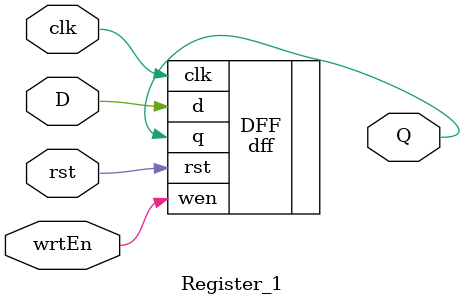
<source format=v>
module Register_1(Q, D, clk, rst, wrtEn);

input D;
output Q;
input clk, rst, wrtEn;

dff DFF(.q(Q), .d(D), .wen(wrtEn), .clk(clk), .rst(rst));

endmodule
</source>
